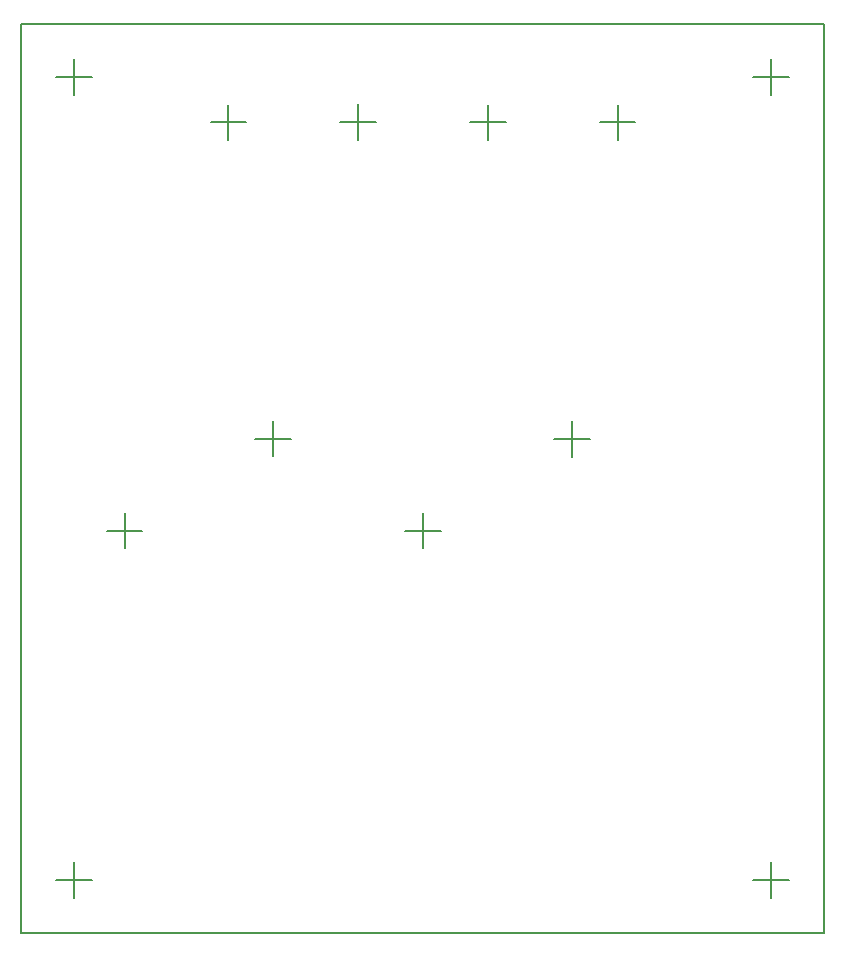
<source format=gbr>
%TF.GenerationSoftware,KiCad,Pcbnew,8.0.7-8.0.7-0~ubuntu20.04.1*%
%TF.CreationDate,2024-12-27T01:05:19+01:00*%
%TF.ProjectId,pcb_power,7063625f-706f-4776-9572-2e6b69636164,1.0.0*%
%TF.SameCoordinates,Original*%
%TF.FileFunction,OtherDrawing,Comment*%
%FSLAX46Y46*%
G04 Gerber Fmt 4.6, Leading zero omitted, Abs format (unit mm)*
G04 Created by KiCad (PCBNEW 8.0.7-8.0.7-0~ubuntu20.04.1) date 2024-12-27 01:05:19*
%MOMM*%
%LPD*%
G01*
G04 APERTURE LIST*
%ADD10C,0.150000*%
G04 APERTURE END LIST*
D10*
X136500000Y-91500000D02*
X136500000Y-93000000D01*
X125025000Y-28850000D02*
X122025000Y-28850000D01*
X73000000Y-20500000D02*
X141000000Y-20500000D01*
X141000000Y-97500000D01*
X73000000Y-97500000D01*
X73000000Y-20500000D01*
X107050000Y-61900000D02*
X107050000Y-63400000D01*
X94350000Y-54125000D02*
X94350000Y-55625000D01*
X95850000Y-55625000D02*
X92850000Y-55625000D01*
X121150000Y-55650000D02*
X118150000Y-55650000D01*
X103025000Y-28825000D02*
X100025000Y-28825000D01*
X79000000Y-25000000D02*
X76000000Y-25000000D01*
X138000000Y-25000000D02*
X135000000Y-25000000D01*
X138000000Y-93000000D02*
X135000000Y-93000000D01*
X112550000Y-27350000D02*
X112550000Y-28850000D01*
X90550000Y-28850000D02*
X90550000Y-30350000D01*
X81775000Y-63400000D02*
X81775000Y-64900000D01*
X83275000Y-63400000D02*
X80275000Y-63400000D01*
X77500000Y-23500000D02*
X77500000Y-25000000D01*
X108550000Y-63400000D02*
X105550000Y-63400000D01*
X94350000Y-55625000D02*
X94350000Y-57125000D01*
X90550000Y-27350000D02*
X90550000Y-28850000D01*
X123525000Y-28850000D02*
X123525000Y-30350000D01*
X81775000Y-61900000D02*
X81775000Y-63400000D01*
X119650000Y-55650000D02*
X119650000Y-57150000D01*
X79000000Y-93000000D02*
X76000000Y-93000000D01*
X92050000Y-28850000D02*
X89050000Y-28850000D01*
X107050000Y-63400000D02*
X107050000Y-64900000D01*
X136500000Y-23500000D02*
X136500000Y-25000000D01*
X119650000Y-54150000D02*
X119650000Y-55650000D01*
X136500000Y-25000000D02*
X136500000Y-26500000D01*
X77500000Y-25000000D02*
X77500000Y-26500000D01*
X101525000Y-28825000D02*
X101525000Y-30325000D01*
X101525000Y-27325000D02*
X101525000Y-28825000D01*
X77500000Y-91500000D02*
X77500000Y-93000000D01*
X77500000Y-93000000D02*
X77500000Y-94500000D01*
X123525000Y-27350000D02*
X123525000Y-28850000D01*
X114050000Y-28850000D02*
X111050000Y-28850000D01*
X112550000Y-28850000D02*
X112550000Y-30350000D01*
X136500000Y-93000000D02*
X136500000Y-94500000D01*
M02*

</source>
